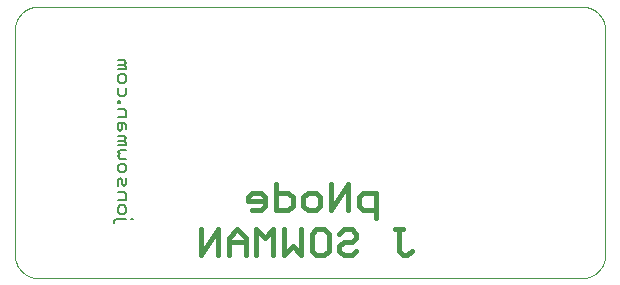
<source format=gbo>
G75*
%MOIN*%
%OFA0B0*%
%FSLAX25Y25*%
%IPPOS*%
%LPD*%
%AMOC8*
5,1,8,0,0,1.08239X$1,22.5*
%
%ADD10C,0.00000*%
%ADD11C,0.01500*%
%ADD12C,0.00800*%
D10*
X0010374Y0025790D02*
X0191476Y0025790D01*
X0191666Y0025792D01*
X0191856Y0025799D01*
X0192046Y0025811D01*
X0192236Y0025827D01*
X0192425Y0025847D01*
X0192614Y0025873D01*
X0192802Y0025902D01*
X0192989Y0025937D01*
X0193175Y0025976D01*
X0193360Y0026019D01*
X0193545Y0026067D01*
X0193728Y0026119D01*
X0193909Y0026175D01*
X0194089Y0026236D01*
X0194268Y0026302D01*
X0194445Y0026371D01*
X0194621Y0026445D01*
X0194794Y0026523D01*
X0194966Y0026606D01*
X0195135Y0026692D01*
X0195303Y0026782D01*
X0195468Y0026877D01*
X0195631Y0026975D01*
X0195791Y0027078D01*
X0195949Y0027184D01*
X0196104Y0027294D01*
X0196257Y0027407D01*
X0196407Y0027525D01*
X0196553Y0027646D01*
X0196697Y0027770D01*
X0196838Y0027898D01*
X0196976Y0028029D01*
X0197111Y0028164D01*
X0197242Y0028302D01*
X0197370Y0028443D01*
X0197494Y0028587D01*
X0197615Y0028733D01*
X0197733Y0028883D01*
X0197846Y0029036D01*
X0197956Y0029191D01*
X0198062Y0029349D01*
X0198165Y0029509D01*
X0198263Y0029672D01*
X0198358Y0029837D01*
X0198448Y0030005D01*
X0198534Y0030174D01*
X0198617Y0030346D01*
X0198695Y0030519D01*
X0198769Y0030695D01*
X0198838Y0030872D01*
X0198904Y0031051D01*
X0198965Y0031231D01*
X0199021Y0031412D01*
X0199073Y0031595D01*
X0199121Y0031780D01*
X0199164Y0031965D01*
X0199203Y0032151D01*
X0199238Y0032338D01*
X0199267Y0032526D01*
X0199293Y0032715D01*
X0199313Y0032904D01*
X0199329Y0033094D01*
X0199341Y0033284D01*
X0199348Y0033474D01*
X0199350Y0033664D01*
X0199350Y0108467D01*
X0199348Y0108657D01*
X0199341Y0108847D01*
X0199329Y0109037D01*
X0199313Y0109227D01*
X0199293Y0109416D01*
X0199267Y0109605D01*
X0199238Y0109793D01*
X0199203Y0109980D01*
X0199164Y0110166D01*
X0199121Y0110351D01*
X0199073Y0110536D01*
X0199021Y0110719D01*
X0198965Y0110900D01*
X0198904Y0111080D01*
X0198838Y0111259D01*
X0198769Y0111436D01*
X0198695Y0111612D01*
X0198617Y0111785D01*
X0198534Y0111957D01*
X0198448Y0112126D01*
X0198358Y0112294D01*
X0198263Y0112459D01*
X0198165Y0112622D01*
X0198062Y0112782D01*
X0197956Y0112940D01*
X0197846Y0113095D01*
X0197733Y0113248D01*
X0197615Y0113398D01*
X0197494Y0113544D01*
X0197370Y0113688D01*
X0197242Y0113829D01*
X0197111Y0113967D01*
X0196976Y0114102D01*
X0196838Y0114233D01*
X0196697Y0114361D01*
X0196553Y0114485D01*
X0196407Y0114606D01*
X0196257Y0114724D01*
X0196104Y0114837D01*
X0195949Y0114947D01*
X0195791Y0115053D01*
X0195631Y0115156D01*
X0195468Y0115254D01*
X0195303Y0115349D01*
X0195135Y0115439D01*
X0194966Y0115525D01*
X0194794Y0115608D01*
X0194621Y0115686D01*
X0194445Y0115760D01*
X0194268Y0115829D01*
X0194089Y0115895D01*
X0193909Y0115956D01*
X0193728Y0116012D01*
X0193545Y0116064D01*
X0193360Y0116112D01*
X0193175Y0116155D01*
X0192989Y0116194D01*
X0192802Y0116229D01*
X0192614Y0116258D01*
X0192425Y0116284D01*
X0192236Y0116304D01*
X0192046Y0116320D01*
X0191856Y0116332D01*
X0191666Y0116339D01*
X0191476Y0116341D01*
X0010374Y0116341D01*
X0010184Y0116339D01*
X0009994Y0116332D01*
X0009804Y0116320D01*
X0009614Y0116304D01*
X0009425Y0116284D01*
X0009236Y0116258D01*
X0009048Y0116229D01*
X0008861Y0116194D01*
X0008675Y0116155D01*
X0008490Y0116112D01*
X0008305Y0116064D01*
X0008122Y0116012D01*
X0007941Y0115956D01*
X0007761Y0115895D01*
X0007582Y0115829D01*
X0007405Y0115760D01*
X0007229Y0115686D01*
X0007056Y0115608D01*
X0006884Y0115525D01*
X0006715Y0115439D01*
X0006547Y0115349D01*
X0006382Y0115254D01*
X0006219Y0115156D01*
X0006059Y0115053D01*
X0005901Y0114947D01*
X0005746Y0114837D01*
X0005593Y0114724D01*
X0005443Y0114606D01*
X0005297Y0114485D01*
X0005153Y0114361D01*
X0005012Y0114233D01*
X0004874Y0114102D01*
X0004739Y0113967D01*
X0004608Y0113829D01*
X0004480Y0113688D01*
X0004356Y0113544D01*
X0004235Y0113398D01*
X0004117Y0113248D01*
X0004004Y0113095D01*
X0003894Y0112940D01*
X0003788Y0112782D01*
X0003685Y0112622D01*
X0003587Y0112459D01*
X0003492Y0112294D01*
X0003402Y0112126D01*
X0003316Y0111957D01*
X0003233Y0111785D01*
X0003155Y0111612D01*
X0003081Y0111436D01*
X0003012Y0111259D01*
X0002946Y0111080D01*
X0002885Y0110900D01*
X0002829Y0110719D01*
X0002777Y0110536D01*
X0002729Y0110351D01*
X0002686Y0110166D01*
X0002647Y0109980D01*
X0002612Y0109793D01*
X0002583Y0109605D01*
X0002557Y0109416D01*
X0002537Y0109227D01*
X0002521Y0109037D01*
X0002509Y0108847D01*
X0002502Y0108657D01*
X0002500Y0108467D01*
X0002500Y0033664D01*
X0002502Y0033474D01*
X0002509Y0033284D01*
X0002521Y0033094D01*
X0002537Y0032904D01*
X0002557Y0032715D01*
X0002583Y0032526D01*
X0002612Y0032338D01*
X0002647Y0032151D01*
X0002686Y0031965D01*
X0002729Y0031780D01*
X0002777Y0031595D01*
X0002829Y0031412D01*
X0002885Y0031231D01*
X0002946Y0031051D01*
X0003012Y0030872D01*
X0003081Y0030695D01*
X0003155Y0030519D01*
X0003233Y0030346D01*
X0003316Y0030174D01*
X0003402Y0030005D01*
X0003492Y0029837D01*
X0003587Y0029672D01*
X0003685Y0029509D01*
X0003788Y0029349D01*
X0003894Y0029191D01*
X0004004Y0029036D01*
X0004117Y0028883D01*
X0004235Y0028733D01*
X0004356Y0028587D01*
X0004480Y0028443D01*
X0004608Y0028302D01*
X0004739Y0028164D01*
X0004874Y0028029D01*
X0005012Y0027898D01*
X0005153Y0027770D01*
X0005297Y0027646D01*
X0005443Y0027525D01*
X0005593Y0027407D01*
X0005746Y0027294D01*
X0005901Y0027184D01*
X0006059Y0027078D01*
X0006219Y0026975D01*
X0006382Y0026877D01*
X0006547Y0026782D01*
X0006715Y0026692D01*
X0006884Y0026606D01*
X0007056Y0026523D01*
X0007229Y0026445D01*
X0007405Y0026371D01*
X0007582Y0026302D01*
X0007761Y0026236D01*
X0007941Y0026175D01*
X0008122Y0026119D01*
X0008305Y0026067D01*
X0008490Y0026019D01*
X0008675Y0025976D01*
X0008861Y0025937D01*
X0009048Y0025902D01*
X0009236Y0025873D01*
X0009425Y0025847D01*
X0009614Y0025827D01*
X0009804Y0025811D01*
X0009994Y0025799D01*
X0010184Y0025792D01*
X0010374Y0025790D01*
D11*
X0064623Y0033540D02*
X0064623Y0042047D01*
X0070295Y0042047D02*
X0064623Y0033540D01*
X0070295Y0033540D02*
X0070295Y0042047D01*
X0073831Y0039211D02*
X0073831Y0033540D01*
X0073831Y0037794D02*
X0079503Y0037794D01*
X0079503Y0039211D02*
X0076667Y0042047D01*
X0073831Y0039211D01*
X0079503Y0039211D02*
X0079503Y0033540D01*
X0083039Y0033540D02*
X0083039Y0042047D01*
X0085875Y0039211D01*
X0088711Y0042047D01*
X0088711Y0033540D01*
X0092247Y0033540D02*
X0092247Y0042047D01*
X0097919Y0042047D02*
X0097919Y0033540D01*
X0095083Y0036376D01*
X0092247Y0033540D01*
X0101455Y0034958D02*
X0101455Y0040629D01*
X0102873Y0042047D01*
X0105709Y0042047D01*
X0107126Y0040629D01*
X0107126Y0034958D01*
X0105709Y0033540D01*
X0102873Y0033540D01*
X0101455Y0034958D01*
X0110663Y0034958D02*
X0112081Y0033540D01*
X0114916Y0033540D01*
X0116334Y0034958D01*
X0114916Y0037794D02*
X0112081Y0037794D01*
X0110663Y0036376D01*
X0110663Y0034958D01*
X0114916Y0037794D02*
X0116334Y0039211D01*
X0116334Y0040629D01*
X0114916Y0042047D01*
X0112081Y0042047D01*
X0110663Y0040629D01*
X0107871Y0048540D02*
X0107871Y0057047D01*
X0104334Y0052794D02*
X0102916Y0054211D01*
X0100081Y0054211D01*
X0098663Y0052794D01*
X0098663Y0049958D01*
X0100081Y0048540D01*
X0102916Y0048540D01*
X0104334Y0049958D01*
X0104334Y0052794D01*
X0107871Y0048540D02*
X0113542Y0057047D01*
X0113542Y0048540D01*
X0117078Y0049958D02*
X0118496Y0048540D01*
X0122750Y0048540D01*
X0122750Y0045704D02*
X0122750Y0054211D01*
X0118496Y0054211D01*
X0117078Y0052794D01*
X0117078Y0049958D01*
X0129078Y0042047D02*
X0131914Y0042047D01*
X0130496Y0042047D02*
X0130496Y0034958D01*
X0131914Y0033540D01*
X0133332Y0033540D01*
X0134750Y0034958D01*
X0095126Y0049958D02*
X0095126Y0052794D01*
X0093709Y0054211D01*
X0089455Y0054211D01*
X0085919Y0052794D02*
X0084501Y0054211D01*
X0081665Y0054211D01*
X0080247Y0052794D01*
X0080247Y0051376D01*
X0085919Y0051376D01*
X0085919Y0049958D02*
X0085919Y0052794D01*
X0085919Y0049958D02*
X0084501Y0048540D01*
X0081665Y0048540D01*
X0089455Y0048540D02*
X0093709Y0048540D01*
X0095126Y0049958D01*
X0089455Y0048540D02*
X0089455Y0057047D01*
D12*
X0041804Y0045577D02*
X0041104Y0045577D01*
X0039702Y0045577D02*
X0036199Y0045577D01*
X0035499Y0044876D01*
X0035499Y0044175D01*
X0037601Y0047245D02*
X0036900Y0047945D01*
X0036900Y0049346D01*
X0037601Y0050047D01*
X0039002Y0050047D01*
X0039702Y0049346D01*
X0039702Y0047945D01*
X0039002Y0047245D01*
X0037601Y0047245D01*
X0036900Y0051849D02*
X0039702Y0051849D01*
X0039702Y0053950D01*
X0039002Y0054651D01*
X0036900Y0054651D01*
X0036900Y0056453D02*
X0036900Y0058554D01*
X0037601Y0059255D01*
X0038301Y0058554D01*
X0038301Y0057153D01*
X0039002Y0056453D01*
X0039702Y0057153D01*
X0039702Y0059255D01*
X0039002Y0061056D02*
X0037601Y0061056D01*
X0036900Y0061757D01*
X0036900Y0063158D01*
X0037601Y0063859D01*
X0039002Y0063859D01*
X0039702Y0063158D01*
X0039702Y0061757D01*
X0039002Y0061056D01*
X0039702Y0065660D02*
X0037601Y0065660D01*
X0036900Y0066361D01*
X0037601Y0067062D01*
X0036900Y0067762D01*
X0037601Y0068463D01*
X0039702Y0068463D01*
X0039702Y0070264D02*
X0036900Y0070264D01*
X0039002Y0071665D02*
X0039702Y0070965D01*
X0039702Y0070264D01*
X0039002Y0071665D02*
X0036900Y0071665D01*
X0036900Y0073067D02*
X0039002Y0073067D01*
X0039702Y0072366D01*
X0039002Y0071665D01*
X0037601Y0074868D02*
X0038301Y0075569D01*
X0038301Y0077671D01*
X0039002Y0077671D02*
X0036900Y0077671D01*
X0036900Y0075569D01*
X0037601Y0074868D01*
X0039702Y0075569D02*
X0039702Y0076970D01*
X0039002Y0077671D01*
X0039702Y0079472D02*
X0036900Y0079472D01*
X0039702Y0079472D02*
X0039702Y0081574D01*
X0039002Y0082275D01*
X0036900Y0082275D01*
X0036900Y0084076D02*
X0036900Y0084777D01*
X0037601Y0084777D01*
X0037601Y0084076D01*
X0036900Y0084076D01*
X0037601Y0086378D02*
X0036900Y0087079D01*
X0036900Y0089180D01*
X0039702Y0089180D02*
X0039702Y0087079D01*
X0039002Y0086378D01*
X0037601Y0086378D01*
X0037601Y0090982D02*
X0036900Y0091683D01*
X0036900Y0093084D01*
X0037601Y0093784D01*
X0039002Y0093784D01*
X0039702Y0093084D01*
X0039702Y0091683D01*
X0039002Y0090982D01*
X0037601Y0090982D01*
X0036900Y0095586D02*
X0039702Y0095586D01*
X0039702Y0096286D01*
X0039002Y0096987D01*
X0039702Y0097688D01*
X0039002Y0098388D01*
X0036900Y0098388D01*
X0036900Y0096987D02*
X0039002Y0096987D01*
M02*

</source>
